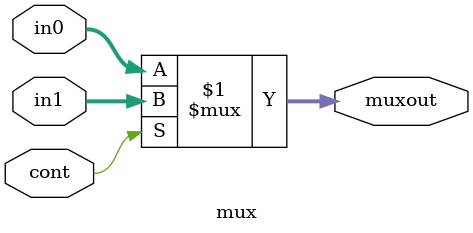
<source format=v>
module mux #(parameter N = 32)(in0,in1,cont,muxout);

input wire [N-1:0] in0;
input wire [N-1:0] in1;
input wire cont;
output wire [N-1:0] muxout;

assign muxout = cont ? in1 : in0;

endmodule
</source>
